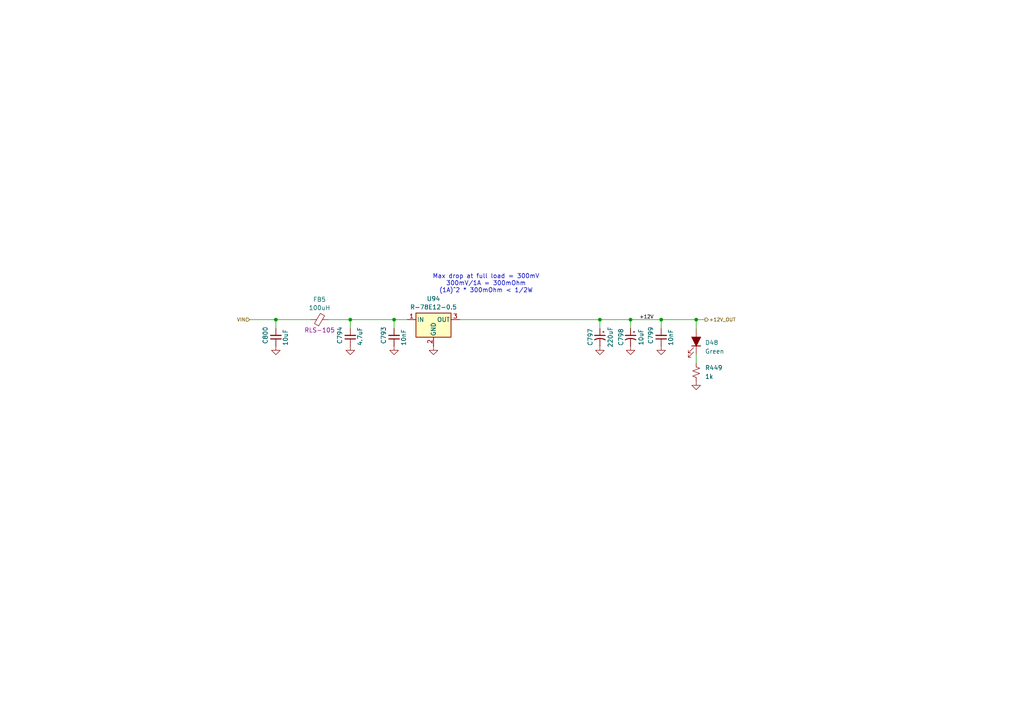
<source format=kicad_sch>
(kicad_sch (version 20250114) (generator "eeschema") (generator_version "9.0")
  (paper "A4")
  (lib_symbols
    (symbol "Device:C_Polarized_Small_US" (pin_numbers (hide yes)) (pin_names (offset 0.254) (hide yes))
      (property "Reference" "C" (at 0.254 1.778 0))
      (property "Value" "C_Polarized_Small_US" (at 0.254 -2.032 0))
      (symbol "C_Polarized_Small_US_0_1"
        (polyline (pts (xy -1.524 0.508) (xy 1.524 0.508)) (stroke (width 0.3048)))
        (polyline (pts (xy -1.27 1.524) (xy -0.762 1.524)))
        (polyline (pts (xy -1.016 1.27) (xy -1.016 1.778)))
        (arc (start -1.524 -0.762) (mid 0 -0.3734) (end 1.524 -0.762) (stroke (width 0.3048)))
      )
      (symbol "C_Polarized_Small_US_1_1"
        (pin passive line (at 0 2.54 270) (length 2.032) (name "~") (number "1"))
        (pin passive line (at 0 -2.54 90) (length 2.032) (name "~") (number "2"))
      )
    )
    (symbol "Device:C_Small" (pin_numbers (hide yes)) (pin_names (offset 0.254) (hide yes))
      (property "Reference" "C" (at 0.254 1.778 0))
      (property "Value" "C_Small" (at 0.254 -2.032 0))
      (symbol "C_Small_0_1"
        (polyline (pts (xy -1.524 0.508) (xy 1.524 0.508)) (stroke (width 0.3048)))
        (polyline (pts (xy -1.524 -0.508) (xy 1.524 -0.508)) (stroke (width 0.3302)))
      )
      (symbol "C_Small_1_1"
        (pin passive line (at 0 2.54 270) (length 2.032) (name "~") (number "1"))
        (pin passive line (at 0 -2.54 90) (length 2.032) (name "~") (number "2"))
      )
    )
    (symbol "Device:FerriteBead_Small" (pin_numbers (hide yes)) (pin_names (offset 0))
      (property "Reference" "FB" (at 1.905 1.27 0))
      (property "Value" "FerriteBead_Small" (at 1.905 -1.27 0))
      (symbol "FerriteBead_Small_0_1"
        (polyline (pts (xy -1.8288 0.2794) (xy -1.1176 1.4986) (xy 1.8288 -0.2032) (xy 1.1176 -1.4224) (xy -1.8288 0.2794)))
        (polyline (pts (xy 0 0.889) (xy 0 1.2954)))
        (polyline (pts (xy 0 -1.27) (xy 0 -0.7874)))
      )
      (symbol "FerriteBead_Small_1_1"
        (pin passive line (at 0 2.54 270) (length 1.27) (name "~") (number "1"))
        (pin passive line (at 0 -2.54 90) (length 1.27) (name "~") (number "2"))
      )
    )
    (symbol "Device:LED_Filled" (pin_numbers (hide yes)) (pin_names (offset 1.016) (hide yes))
      (property "Reference" "D" (at 0 2.54 0))
      (property "Value" "LED_Filled" (at 0 -2.54 0))
      (symbol "LED_Filled_0_1"
        (polyline (pts (xy -3.048 -0.762) (xy -4.572 -2.286) (xy -3.81 -2.286) (xy -4.572 -2.286) (xy -4.572 -1.524)))
        (polyline (pts (xy -1.778 -0.762) (xy -3.302 -2.286) (xy -2.54 -2.286) (xy -3.302 -2.286) (xy -3.302 -1.524)))
        (polyline (pts (xy -1.27 0) (xy 1.27 0)))
        (polyline (pts (xy -1.27 -1.27) (xy -1.27 1.27)) (stroke (width 0.254)))
        (polyline (pts (xy 1.27 -1.27) (xy 1.27 1.27) (xy -1.27 0) (xy 1.27 -1.27)) (stroke (width 0.254)) (fill (type outline)))
      )
      (symbol "LED_Filled_1_1"
        (pin passive line (at -3.81 0 0) (length 2.54) (name "K") (number "1"))
        (pin passive line (at 3.81 0 180) (length 2.54) (name "A") (number "2"))
      )
    )
    (symbol "Device:R_Small_US" (pin_numbers (hide yes)) (pin_names (offset 0.254) (hide yes))
      (property "Reference" "R" (at 0.762 0.508 0))
      (property "Value" "R_Small_US" (at 0.762 -1.016 0))
      (symbol "R_Small_US_1_1"
        (polyline (pts (xy 0 1.524) (xy 1.016 1.143) (xy 0 0.762) (xy -1.016 0.381) (xy 0 0)))
        (polyline (pts (xy 0 0) (xy 1.016 -0.381) (xy 0 -0.762) (xy -1.016 -1.143) (xy 0 -1.524)))
        (pin passive line (at 0 2.54 270) (length 1.016) (name "~") (number "1"))
        (pin passive line (at 0 -2.54 90) (length 1.016) (name "~") (number "2"))
      )
    )
    (symbol "Regulator_Switching:R-78E12-0.5" (pin_names (offset 0.254))
      (property "Reference" "U" (at -3.81 3.175 0))
      (property "Value" "R-78E12-0.5" (at 0 3.175 0))
      (symbol "R-78E12-0.5_0_1"
        (rectangle (start -5.08 1.905) (end 5.08 -5.08) (stroke (width 0.254)) (fill (type background)))
      )
      (symbol "R-78E12-0.5_1_1"
        (pin power_in line (at -7.62 0 0) (length 2.54) (name "IN") (number "1"))
        (pin power_in line (at 0 -7.62 90) (length 2.54) (name "GND") (number "2"))
        (pin power_out line (at 7.62 0 180) (length 2.54) (name "OUT") (number "3"))
      )
    )
    (symbol "power:GND" (power) (pin_numbers (hide yes)) (pin_names (offset 0) (hide yes))
      (property "Value" "GND" (at 0 -3.81 0))
      (symbol "GND_0_1"
        (polyline (pts (xy 0 0) (xy 0 -1.27) (xy 1.27 -1.27) (xy 0 -2.54) (xy -1.27 -1.27) (xy 0 -1.27)))
      )
      (symbol "GND_1_1"
        (pin power_in line (at 0 0 270) (length 0) (name "~") (number "1"))
      )
    )
  )
  (text "Max drop at full load = 300mV\n300mV/1A = 300mOhm\n(1A)^2 * 300mOhm < 1/2W" (at 140.97 82.296 0) (effects (font (size 1.27 1.27))))
  (junction (at 173.99 92.71))
  (junction (at 101.6 92.71))
  (junction (at 114.3 92.71))
  (junction (at 182.88 92.71))
  (junction (at 191.77 92.71))
  (junction (at 201.93 92.71))
  (junction (at 80.01 92.71))
  (wire (pts (xy 80.01 92.71) (xy 90.17 92.71)))
  (wire (pts (xy 133.35 92.71) (xy 173.99 92.71)))
  (wire (pts (xy 201.93 92.71) (xy 204.47 92.71)))
  (wire (pts (xy 182.88 92.71) (xy 191.77 92.71)))
  (wire (pts (xy 80.01 92.71) (xy 80.01 95.25)))
  (wire (pts (xy 114.3 92.71) (xy 114.3 95.25)))
  (wire (pts (xy 173.99 92.71) (xy 173.99 95.25)))
  (wire (pts (xy 72.39 92.71) (xy 80.01 92.71)))
  (wire (pts (xy 101.6 92.71) (xy 101.6 95.25)))
  (wire (pts (xy 201.93 95.25) (xy 201.93 92.71)))
  (wire (pts (xy 95.25 92.71) (xy 101.6 92.71)))
  (wire (pts (xy 201.93 102.87) (xy 201.93 105.41)))
  (wire (pts (xy 182.88 92.71) (xy 182.88 95.25)))
  (wire (pts (xy 173.99 92.71) (xy 182.88 92.71)))
  (wire (pts (xy 191.77 95.25) (xy 191.77 92.71)))
  (wire (pts (xy 114.3 92.71) (xy 118.11 92.71)))
  (wire (pts (xy 191.77 92.71) (xy 201.93 92.71)))
  (wire (pts (xy 101.6 92.71) (xy 114.3 92.71)))
  (label "+12V" (at 185.42 92.71 0) (effects (font (size 1 1))))
  (hierarchical_label "VIN" (shape input) (at 72.39 92.71 180) (effects (font (size 1 1))))
  (hierarchical_label "+12V_OUT" (shape output) (at 204.47 92.71 0) (effects (font (size 1 1))))
  (symbol (lib_id "Device:C_Polarized_Small_US") (at 182.88 97.79 0) (mirror y) (unit 1)
    (property "Reference" "C798" (at 180.086 97.79 90))
    (property "Value" "10uF" (at 185.928 97.79 90))
    (property "Description" "Polarized capacitor, small US symbol" (effects (hide yes)))
  )
  (symbol (lib_id "Device:FerriteBead_Small") (at 92.71 92.71 90) (unit 1)
    (property "Reference" "FB5" (at 92.6719 86.8637 90))
    (property "Value" "100uH" (at 92.6719 89.288 90))
    (property "Description" "Ferrite bead, small symbol" (effects (hide yes)))
    (property "Field5" "RLS-105" (at 92.71 95.758 90))
  )
  (symbol (lib_id "power:GND") (at 201.93 110.49 0) (unit 1)
    (property "Reference" "#PWR0964" (effects (hide yes)))
    (property "Value" "GND" (effects (hide yes)))
    (property "Description" "Power symbol creates a global label with name \"GND\" , ground" (effects (hide yes)))
  )
  (symbol (lib_id "Regulator_Switching:R-78E12-0.5") (at 125.73 92.71 0) (unit 1)
    (property "Reference" "U94" (at 125.73 86.6605 0))
    (property "Value" "R-78E12-0.5" (at 125.73 89.0848 0))
    (property "Footprint" "Converter_DCDC:Converter_DCDC_RECOM_R-78E-0.5_THT" (effects (hide yes)))
    (property "Datasheet" "https://www.recom-power.com/pdf/Innoline/R-78Exx-0.5.pdf" (effects (hide yes)))
    (property "Description" "500mA Step-Down DC/DC-Regulator, 15-28V input, 12V fixed Output Voltage, LM78xx replacement, -40°C to +85°C, SIP3" (effects (hide yes)))
  )
  (symbol (lib_id "Device:LED_Filled") (at 201.93 99.06 270) (mirror x) (unit 1)
    (property "Reference" "D48" (at 204.47 99.3774 90) (effects (justify left)))
    (property "Value" "Green" (at 204.47 101.9174 90) (effects (justify left)))
    (property "Footprint" "LED_THT:LED_D5.0mm" (effects (hide yes)))
    (property "Description" "Light emitting diode, filled shape" (effects (hide yes)))
    (property "DigiKey Part Number" "732-5016-ND" (effects (hide yes)))
  )
  (symbol (lib_id "power:GND") (at 114.3 100.33 0) (unit 1)
    (property "Reference" "#PWR0820" (effects (hide yes)))
    (property "Value" "GND" (effects (hide yes)))
    (property "Description" "Power symbol creates a global label with name \"GND\" , ground" (effects (hide yes)))
  )
  (symbol (lib_id "Device:C_Polarized_Small_US") (at 173.99 97.79 0) (mirror y) (unit 1)
    (property "Reference" "C797" (at 171.196 97.79 90))
    (property "Value" "220uF" (at 177.038 97.79 90))
    (property "Description" "Polarized capacitor, small US symbol" (effects (hide yes)))
  )
  (symbol (lib_id "power:GND") (at 191.77 100.33 0) (unit 1)
    (property "Reference" "#PWR0963" (effects (hide yes)))
    (property "Value" "GND" (effects (hide yes)))
    (property "Description" "Power symbol creates a global label with name \"GND\" , ground" (effects (hide yes)))
  )
  (symbol (lib_id "Device:C_Small") (at 80.01 97.79 180) (unit 1)
    (property "Reference" "C800" (at 76.962 99.822 90) (effects (justify right)))
    (property "Value" "10uF" (at 82.804 100.33 90) (effects (justify right)))
    (property "Description" "Unpolarized capacitor, small symbol" (effects (hide yes)))
  )
  (symbol (lib_id "power:GND") (at 182.88 100.33 0) (unit 1)
    (property "Reference" "#PWR0954" (effects (hide yes)))
    (property "Value" "GND" (effects (hide yes)))
    (property "Description" "Power symbol creates a global label with name \"GND\" , ground" (effects (hide yes)))
  )
  (symbol (lib_id "power:GND") (at 101.6 100.33 0) (unit 1)
    (property "Reference" "#PWR0947" (effects (hide yes)))
    (property "Value" "GND" (effects (hide yes)))
    (property "Description" "Power symbol creates a global label with name \"GND\" , ground" (effects (hide yes)))
  )
  (symbol (lib_id "power:GND") (at 80.01 100.33 0) (unit 1)
    (property "Reference" "#PWR0965" (effects (hide yes)))
    (property "Value" "GND" (effects (hide yes)))
    (property "Description" "Power symbol creates a global label with name \"GND\" , ground" (effects (hide yes)))
  )
  (symbol (lib_id "power:GND") (at 173.99 100.33 0) (unit 1)
    (property "Reference" "#PWR0953" (effects (hide yes)))
    (property "Value" "GND" (effects (hide yes)))
    (property "Description" "Power symbol creates a global label with name \"GND\" , ground" (effects (hide yes)))
  )
  (symbol (lib_id "power:GND") (at 125.73 100.33 0) (unit 1)
    (property "Reference" "#PWR0952" (effects (hide yes)))
    (property "Value" "GND" (effects (hide yes)))
    (property "Description" "Power symbol creates a global label with name \"GND\" , ground" (effects (hide yes)))
  )
  (symbol (lib_id "Device:R_Small_US") (at 201.93 107.95 180) (unit 1)
    (property "Reference" "R449" (at 204.47 106.6799 0) (effects (justify right)))
    (property "Value" "1k" (at 204.47 109.2199 0) (effects (justify right)))
    (property "Footprint" "Resistor_SMD:R_0603_1608Metric_Pad0.98x0.95mm_HandSolder" (effects (hide yes)))
    (property "Description" "Resistor, small US symbol" (effects (hide yes)))
    (property "DigiKey Part Number" "311-510HRCT-ND" (effects (hide yes)))
  )
  (symbol (lib_id "Device:C_Small") (at 114.3 97.79 180) (unit 1)
    (property "Reference" "C793" (at 111.252 99.822 90) (effects (justify right)))
    (property "Value" "10nF" (at 117.094 100.33 90) (effects (justify right)))
    (property "Description" "Unpolarized capacitor, small symbol" (effects (hide yes)))
  )
  (symbol (lib_id "Device:C_Small") (at 101.6 97.79 180) (unit 1)
    (property "Reference" "C794" (at 98.552 99.822 90) (effects (justify right)))
    (property "Value" "4.7uF" (at 104.394 100.33 90) (effects (justify right)))
    (property "Description" "Unpolarized capacitor, small symbol" (effects (hide yes)))
  )
  (symbol (lib_id "Device:C_Small") (at 191.77 97.79 180) (unit 1)
    (property "Reference" "C799" (at 188.722 99.822 90) (effects (justify right)))
    (property "Value" "10nF" (at 194.564 100.33 90) (effects (justify right)))
    (property "Description" "Unpolarized capacitor, small symbol" (effects (hide yes)))
  )
)
</source>
